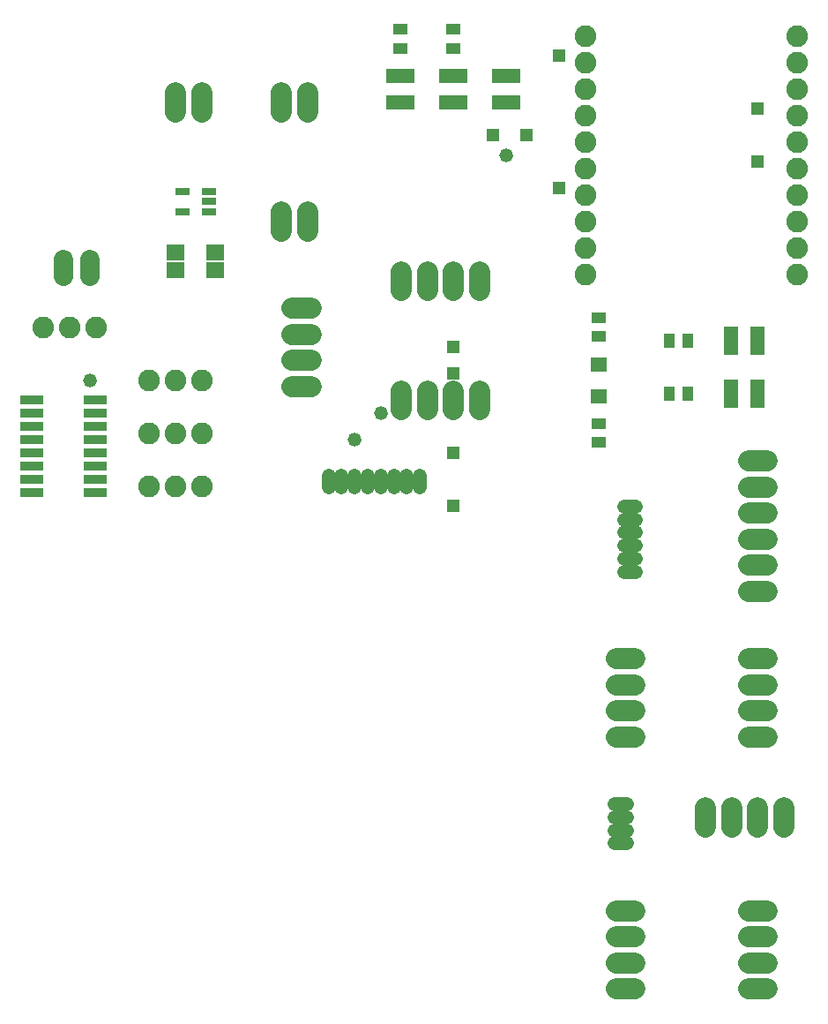
<source format=gts>
G75*
%MOIN*%
%OFA0B0*%
%FSLAX25Y25*%
%IPPOS*%
%LPD*%
%AMOC8*
5,1,8,0,0,1.08239X$1,22.5*
%
%ADD10R,0.06706X0.05918*%
%ADD11C,0.08005*%
%ADD12C,0.07200*%
%ADD13C,0.05169*%
%ADD14C,0.08200*%
%ADD15R,0.06312X0.05524*%
%ADD16R,0.10800X0.05800*%
%ADD17R,0.05800X0.10800*%
%ADD18R,0.05524X0.02965*%
%ADD19R,0.08800X0.03400*%
%ADD20R,0.05524X0.03950*%
%ADD21R,0.03950X0.05524*%
%ADD22C,0.05200*%
%ADD23R,0.05162X0.05162*%
D10*
X0097595Y0298154D03*
X0097595Y0304846D03*
X0112595Y0304846D03*
X0112595Y0298154D03*
D11*
X0137595Y0312898D02*
X0137595Y0320102D01*
X0147438Y0320102D02*
X0147438Y0312898D01*
X0148698Y0283685D02*
X0141493Y0283685D01*
X0141493Y0273843D02*
X0148698Y0273843D01*
X0148698Y0264000D02*
X0141493Y0264000D01*
X0141493Y0254157D02*
X0148698Y0254157D01*
X0182910Y0252602D02*
X0182910Y0245398D01*
X0192753Y0245398D02*
X0192753Y0252602D01*
X0202595Y0252602D02*
X0202595Y0245398D01*
X0212438Y0245398D02*
X0212438Y0252602D01*
X0212438Y0290398D02*
X0212438Y0297602D01*
X0202595Y0297602D02*
X0202595Y0290398D01*
X0192753Y0290398D02*
X0192753Y0297602D01*
X0182910Y0297602D02*
X0182910Y0290398D01*
X0147438Y0357898D02*
X0147438Y0365102D01*
X0137595Y0365102D02*
X0137595Y0357898D01*
X0107438Y0357898D02*
X0107438Y0365102D01*
X0097595Y0365102D02*
X0097595Y0357898D01*
X0263993Y0151343D02*
X0271198Y0151343D01*
X0271198Y0141500D02*
X0263993Y0141500D01*
X0263993Y0131657D02*
X0271198Y0131657D01*
X0271198Y0121815D02*
X0263993Y0121815D01*
X0297910Y0095102D02*
X0297910Y0087898D01*
X0307753Y0087898D02*
X0307753Y0095102D01*
X0317595Y0095102D02*
X0317595Y0087898D01*
X0327438Y0087898D02*
X0327438Y0095102D01*
X0321198Y0121815D02*
X0313993Y0121815D01*
X0313993Y0131657D02*
X0321198Y0131657D01*
X0321198Y0141500D02*
X0313993Y0141500D01*
X0313993Y0151343D02*
X0321198Y0151343D01*
X0321198Y0176815D02*
X0313993Y0176815D01*
X0313993Y0186657D02*
X0321198Y0186657D01*
X0321198Y0196500D02*
X0313993Y0196500D01*
X0313993Y0206343D02*
X0321198Y0206343D01*
X0321198Y0216185D02*
X0313993Y0216185D01*
X0313993Y0226028D02*
X0321198Y0226028D01*
X0321198Y0056185D02*
X0313993Y0056185D01*
X0313993Y0046343D02*
X0321198Y0046343D01*
X0321198Y0036500D02*
X0313993Y0036500D01*
X0313993Y0026657D02*
X0321198Y0026657D01*
X0271198Y0026657D02*
X0263993Y0026657D01*
X0263993Y0036500D02*
X0271198Y0036500D01*
X0271198Y0046343D02*
X0263993Y0046343D01*
X0263993Y0056185D02*
X0271198Y0056185D01*
D12*
X0065095Y0295800D02*
X0065095Y0302200D01*
X0055095Y0302200D02*
X0055095Y0295800D01*
D13*
X0155371Y0220456D02*
X0155371Y0216087D01*
X0160292Y0216087D02*
X0160292Y0220456D01*
X0165213Y0220456D02*
X0165213Y0216087D01*
X0170135Y0216087D02*
X0170135Y0220456D01*
X0175056Y0220456D02*
X0175056Y0216087D01*
X0179977Y0216087D02*
X0179977Y0220456D01*
X0184898Y0220456D02*
X0184898Y0216087D01*
X0189820Y0216087D02*
X0189820Y0220456D01*
X0267183Y0208803D02*
X0271551Y0208803D01*
X0271551Y0203882D02*
X0267183Y0203882D01*
X0267183Y0198961D02*
X0271551Y0198961D01*
X0271551Y0194039D02*
X0267183Y0194039D01*
X0267183Y0189118D02*
X0271551Y0189118D01*
X0271551Y0184197D02*
X0267183Y0184197D01*
X0268008Y0096382D02*
X0263639Y0096382D01*
X0263639Y0091461D02*
X0268008Y0091461D01*
X0268008Y0086539D02*
X0263639Y0086539D01*
X0263639Y0081618D02*
X0268008Y0081618D01*
D14*
X0107595Y0216500D03*
X0097595Y0216500D03*
X0087595Y0216500D03*
X0087595Y0236500D03*
X0097595Y0236500D03*
X0107595Y0236500D03*
X0107595Y0256500D03*
X0097595Y0256500D03*
X0087595Y0256500D03*
X0067595Y0276500D03*
X0057595Y0276500D03*
X0047595Y0276500D03*
X0252595Y0296500D03*
X0252595Y0306500D03*
X0252595Y0316500D03*
X0252595Y0326500D03*
X0252595Y0336500D03*
X0252595Y0346500D03*
X0252595Y0356500D03*
X0252595Y0366500D03*
X0252595Y0376500D03*
X0252595Y0386500D03*
X0332595Y0386500D03*
X0332595Y0376500D03*
X0332595Y0366500D03*
X0332595Y0356500D03*
X0332595Y0346500D03*
X0332595Y0336500D03*
X0332595Y0326500D03*
X0332595Y0316500D03*
X0332595Y0306500D03*
X0332595Y0296500D03*
D15*
X0257595Y0262406D03*
X0257595Y0250594D03*
D16*
X0222595Y0361500D03*
X0222595Y0371500D03*
X0202595Y0371500D03*
X0202595Y0361500D03*
X0182595Y0361500D03*
X0182595Y0371500D03*
D17*
X0307595Y0271500D03*
X0317595Y0271500D03*
X0317595Y0251500D03*
X0307595Y0251500D03*
D18*
X0110213Y0320260D03*
X0110213Y0324000D03*
X0110213Y0327740D03*
X0099977Y0327740D03*
X0099977Y0320260D03*
D19*
X0042995Y0214000D03*
X0042995Y0219000D03*
X0042995Y0224000D03*
X0042995Y0229000D03*
X0042995Y0234000D03*
X0042995Y0239000D03*
X0042995Y0244000D03*
X0042995Y0249000D03*
X0067195Y0249000D03*
X0067195Y0244000D03*
X0067195Y0239000D03*
X0067195Y0234000D03*
X0067195Y0229000D03*
X0067195Y0224000D03*
X0067195Y0219000D03*
X0067195Y0214000D03*
D20*
X0182595Y0381914D03*
X0182595Y0389000D03*
X0202595Y0389000D03*
X0202595Y0381914D03*
X0257595Y0280043D03*
X0257595Y0272957D03*
X0257595Y0240043D03*
X0257595Y0232957D03*
D21*
X0284052Y0251500D03*
X0291138Y0251500D03*
X0291138Y0271500D03*
X0284052Y0271500D03*
D22*
X0222595Y0341500D03*
X0175095Y0244000D03*
X0165095Y0234000D03*
X0065095Y0256500D03*
D23*
X0202595Y0259000D03*
X0202595Y0269000D03*
X0202595Y0229000D03*
X0202595Y0209000D03*
X0242595Y0329000D03*
X0230095Y0349000D03*
X0217595Y0349000D03*
X0242595Y0379000D03*
X0317595Y0359000D03*
X0317595Y0339000D03*
M02*

</source>
